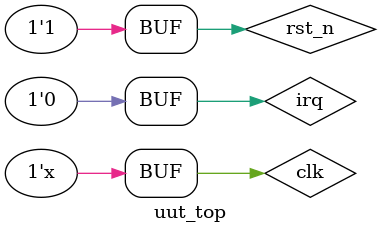
<source format=v>
`timescale 1ns / 1ps


module uut_top();
    reg rst_n;
    reg clk;
    reg irq;
    wire [15:0] led;
    top top1(
        .rst_n       (rst_n),
        .clk_orig    (clk),
        .led         (led),
        .irq        (irq)
    );
    initial begin
        rst_n = 0;
        clk = 0;
        irq = 0;
        #100;
        rst_n = 1;
        #350;
        irq = 1;
        #20;
        irq = 0;
    end
    always begin
        #5;
        clk = ~clk;
    end
endmodule

</source>
